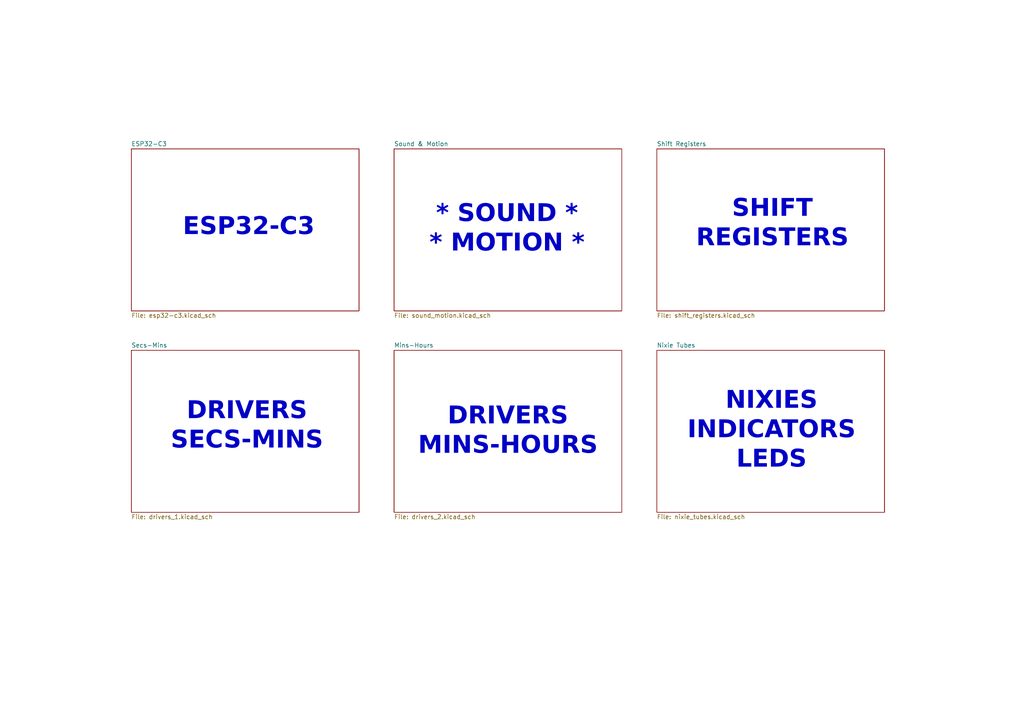
<source format=kicad_sch>
(kicad_sch
	(version 20231120)
	(generator "eeschema")
	(generator_version "8.0")
	(uuid "a218d264-8715-4bab-8547-5e4510f1d544")
	(paper "A4")
	(title_block
		(title "ESP32-C3 Nixie Tube Clock")
		(date "2024-06-02")
		(company "Newell Jensen")
	)
	(lib_symbols)
	(text "SHIFT\nREGISTERS"
		(exclude_from_sim no)
		(at 224.028 66.294 0)
		(effects
			(font
				(face "DejaVu Sans")
				(size 5.08 5.08)
				(bold yes)
			)
		)
		(uuid "1667dbf1-3196-481d-a691-605c0586bb5f")
	)
	(text "DRIVERS\nMINS-HOURS"
		(exclude_from_sim no)
		(at 147.32 126.492 0)
		(effects
			(font
				(face "DejaVu Sans")
				(size 5.08 5.08)
				(bold yes)
			)
		)
		(uuid "2a3efb86-532b-4d5f-8bfd-746fd60fc95e")
	)
	(text "DRIVERS\nSECS-MINS"
		(exclude_from_sim no)
		(at 71.628 124.968 0)
		(effects
			(font
				(face "DejaVu Sans")
				(size 5.08 5.08)
				(bold yes)
			)
		)
		(uuid "6e06372e-b3aa-46f0-ac61-c455e27e7625")
	)
	(text "ESP32-C3"
		(exclude_from_sim no)
		(at 72.136 67.31 0)
		(effects
			(font
				(face "DejaVu Sans")
				(size 5.08 5.08)
				(bold yes)
			)
		)
		(uuid "8e381a91-668e-4180-9d40-6ed6928b5980")
	)
	(text "NIXIES\nINDICATORS\nLEDS"
		(exclude_from_sim no)
		(at 223.774 126.238 0)
		(effects
			(font
				(face "DejaVu Sans")
				(size 5.08 5.08)
				(bold yes)
			)
		)
		(uuid "9e359048-59dc-4420-9692-124aa9a09942")
	)
	(text "* SOUND *\n* MOTION *"
		(exclude_from_sim no)
		(at 147.066 67.818 0)
		(effects
			(font
				(face "DejaVu Sans")
				(size 5.08 5.08)
				(bold yes)
			)
		)
		(uuid "bbc734f8-a202-448a-80ed-10509cc93fee")
	)
	(sheet
		(at 190.5 43.18)
		(size 66.04 46.99)
		(fields_autoplaced yes)
		(stroke
			(width 0.1524)
			(type solid)
		)
		(fill
			(color 0 0 0 0.0000)
		)
		(uuid "0a6d7bab-2d3c-40d3-9f33-091c9ca817c9")
		(property "Sheetname" "Shift Registers"
			(at 190.5 42.4684 0)
			(effects
				(font
					(size 1.27 1.27)
				)
				(justify left bottom)
			)
		)
		(property "Sheetfile" "shift_registers.kicad_sch"
			(at 190.5 90.7546 0)
			(effects
				(font
					(size 1.27 1.27)
				)
				(justify left top)
			)
		)
		(instances
			(project "clock"
				(path "/a218d264-8715-4bab-8547-5e4510f1d544"
					(page "7")
				)
			)
		)
	)
	(sheet
		(at 114.3 101.6)
		(size 66.04 46.99)
		(fields_autoplaced yes)
		(stroke
			(width 0.1524)
			(type solid)
		)
		(fill
			(color 0 0 0 0.0000)
		)
		(uuid "43f354d5-de47-4380-b495-b635fffbbb45")
		(property "Sheetname" "Mins-Hours"
			(at 114.3 100.8884 0)
			(effects
				(font
					(size 1.27 1.27)
				)
				(justify left bottom)
			)
		)
		(property "Sheetfile" "drivers_2.kicad_sch"
			(at 114.3 149.1746 0)
			(effects
				(font
					(size 1.27 1.27)
				)
				(justify left top)
			)
		)
		(instances
			(project "clock"
				(path "/a218d264-8715-4bab-8547-5e4510f1d544"
					(page "4")
				)
			)
		)
	)
	(sheet
		(at 38.1 101.6)
		(size 66.04 46.99)
		(fields_autoplaced yes)
		(stroke
			(width 0.1524)
			(type solid)
		)
		(fill
			(color 0 0 0 0.0000)
		)
		(uuid "58531211-a7a9-4777-a0d5-8c88eeabe870")
		(property "Sheetname" "Secs-Mins"
			(at 38.1 100.8884 0)
			(effects
				(font
					(size 1.27 1.27)
				)
				(justify left bottom)
			)
		)
		(property "Sheetfile" "drivers_1.kicad_sch"
			(at 38.1 149.1746 0)
			(effects
				(font
					(size 1.27 1.27)
				)
				(justify left top)
			)
		)
		(instances
			(project "clock"
				(path "/a218d264-8715-4bab-8547-5e4510f1d544"
					(page "6")
				)
			)
		)
	)
	(sheet
		(at 190.5 101.6)
		(size 66.04 46.99)
		(fields_autoplaced yes)
		(stroke
			(width 0.1524)
			(type solid)
		)
		(fill
			(color 0 0 0 0.0000)
		)
		(uuid "7f250d4a-5435-4662-84d6-c970128bdbdc")
		(property "Sheetname" "Nixie Tubes"
			(at 190.5 100.8884 0)
			(effects
				(font
					(size 1.27 1.27)
				)
				(justify left bottom)
			)
		)
		(property "Sheetfile" "nixie_tubes.kicad_sch"
			(at 190.5 149.1746 0)
			(effects
				(font
					(size 1.27 1.27)
				)
				(justify left top)
			)
		)
		(instances
			(project "clock"
				(path "/a218d264-8715-4bab-8547-5e4510f1d544"
					(page "5")
				)
			)
		)
	)
	(sheet
		(at 38.1 43.18)
		(size 66.04 46.99)
		(fields_autoplaced yes)
		(stroke
			(width 0.1524)
			(type solid)
		)
		(fill
			(color 0 0 0 0.0000)
		)
		(uuid "e48e8244-2d68-4a57-9203-e5215f27f4d1")
		(property "Sheetname" "ESP32-C3"
			(at 38.1 42.4684 0)
			(effects
				(font
					(size 1.27 1.27)
				)
				(justify left bottom)
			)
		)
		(property "Sheetfile" "esp32-c3.kicad_sch"
			(at 38.1 90.7546 0)
			(effects
				(font
					(size 1.27 1.27)
				)
				(justify left top)
			)
		)
		(instances
			(project "clock"
				(path "/a218d264-8715-4bab-8547-5e4510f1d544"
					(page "2")
				)
			)
		)
	)
	(sheet
		(at 114.3 43.18)
		(size 66.04 46.99)
		(fields_autoplaced yes)
		(stroke
			(width 0.1524)
			(type solid)
		)
		(fill
			(color 0 0 0 0.0000)
		)
		(uuid "fb354574-c01e-4ec6-acc3-716c55f397b7")
		(property "Sheetname" "Sound & Motion"
			(at 114.3 42.4684 0)
			(effects
				(font
					(size 1.27 1.27)
				)
				(justify left bottom)
			)
		)
		(property "Sheetfile" "sound_motion.kicad_sch"
			(at 114.3 90.7546 0)
			(effects
				(font
					(size 1.27 1.27)
				)
				(justify left top)
			)
		)
		(instances
			(project "clock"
				(path "/a218d264-8715-4bab-8547-5e4510f1d544"
					(page "3")
				)
			)
		)
	)
	(sheet_instances
		(path "/"
			(page "1")
		)
	)
)

</source>
